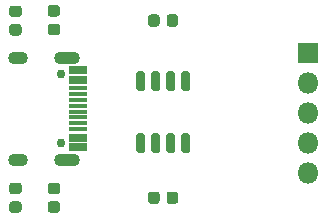
<source format=gbr>
G04 #@! TF.GenerationSoftware,KiCad,Pcbnew,(5.1.6)-1*
G04 #@! TF.CreationDate,2020-11-21T21:50:24+04:00*
G04 #@! TF.ProjectId,CH330N-USB-TO-UART-BOARD,43483333-304e-42d5-9553-422d544f2d55,rev?*
G04 #@! TF.SameCoordinates,Original*
G04 #@! TF.FileFunction,Soldermask,Top*
G04 #@! TF.FilePolarity,Negative*
%FSLAX46Y46*%
G04 Gerber Fmt 4.6, Leading zero omitted, Abs format (unit mm)*
G04 Created by KiCad (PCBNEW (5.1.6)-1) date 2020-11-21 21:50:24*
%MOMM*%
%LPD*%
G01*
G04 APERTURE LIST*
%ADD10R,1.550000X0.700000*%
%ADD11R,1.550000X0.400000*%
%ADD12O,2.200000X1.100000*%
%ADD13C,0.750000*%
%ADD14O,1.700000X1.100000*%
%ADD15O,1.800000X1.800000*%
%ADD16R,1.800000X1.800000*%
G04 APERTURE END LIST*
G04 #@! TO.C,D1*
G36*
G01*
X102468750Y-102550000D02*
X103031250Y-102550000D01*
G75*
G02*
X103275000Y-102793750I0J-243750D01*
G01*
X103275000Y-103281250D01*
G75*
G02*
X103031250Y-103525000I-243750J0D01*
G01*
X102468750Y-103525000D01*
G75*
G02*
X102225000Y-103281250I0J243750D01*
G01*
X102225000Y-102793750D01*
G75*
G02*
X102468750Y-102550000I243750J0D01*
G01*
G37*
G36*
G01*
X102468750Y-100975000D02*
X103031250Y-100975000D01*
G75*
G02*
X103275000Y-101218750I0J-243750D01*
G01*
X103275000Y-101706250D01*
G75*
G02*
X103031250Y-101950000I-243750J0D01*
G01*
X102468750Y-101950000D01*
G75*
G02*
X102225000Y-101706250I0J243750D01*
G01*
X102225000Y-101218750D01*
G75*
G02*
X102468750Y-100975000I243750J0D01*
G01*
G37*
G04 #@! TD*
G04 #@! TO.C,D2*
G36*
G01*
X103031250Y-86950000D02*
X102468750Y-86950000D01*
G75*
G02*
X102225000Y-86706250I0J243750D01*
G01*
X102225000Y-86218750D01*
G75*
G02*
X102468750Y-85975000I243750J0D01*
G01*
X103031250Y-85975000D01*
G75*
G02*
X103275000Y-86218750I0J-243750D01*
G01*
X103275000Y-86706250D01*
G75*
G02*
X103031250Y-86950000I-243750J0D01*
G01*
G37*
G36*
G01*
X103031250Y-88525000D02*
X102468750Y-88525000D01*
G75*
G02*
X102225000Y-88281250I0J243750D01*
G01*
X102225000Y-87793750D01*
G75*
G02*
X102468750Y-87550000I243750J0D01*
G01*
X103031250Y-87550000D01*
G75*
G02*
X103275000Y-87793750I0J-243750D01*
G01*
X103275000Y-88281250D01*
G75*
G02*
X103031250Y-88525000I-243750J0D01*
G01*
G37*
G04 #@! TD*
G04 #@! TO.C,R1*
G36*
G01*
X105718750Y-102550000D02*
X106281250Y-102550000D01*
G75*
G02*
X106525000Y-102793750I0J-243750D01*
G01*
X106525000Y-103281250D01*
G75*
G02*
X106281250Y-103525000I-243750J0D01*
G01*
X105718750Y-103525000D01*
G75*
G02*
X105475000Y-103281250I0J243750D01*
G01*
X105475000Y-102793750D01*
G75*
G02*
X105718750Y-102550000I243750J0D01*
G01*
G37*
G36*
G01*
X105718750Y-100975000D02*
X106281250Y-100975000D01*
G75*
G02*
X106525000Y-101218750I0J-243750D01*
G01*
X106525000Y-101706250D01*
G75*
G02*
X106281250Y-101950000I-243750J0D01*
G01*
X105718750Y-101950000D01*
G75*
G02*
X105475000Y-101706250I0J243750D01*
G01*
X105475000Y-101218750D01*
G75*
G02*
X105718750Y-100975000I243750J0D01*
G01*
G37*
G04 #@! TD*
G04 #@! TO.C,C1*
G36*
G01*
X115550000Y-102531250D02*
X115550000Y-101968750D01*
G75*
G02*
X115793750Y-101725000I243750J0D01*
G01*
X116281250Y-101725000D01*
G75*
G02*
X116525000Y-101968750I0J-243750D01*
G01*
X116525000Y-102531250D01*
G75*
G02*
X116281250Y-102775000I-243750J0D01*
G01*
X115793750Y-102775000D01*
G75*
G02*
X115550000Y-102531250I0J243750D01*
G01*
G37*
G36*
G01*
X113975000Y-102531250D02*
X113975000Y-101968750D01*
G75*
G02*
X114218750Y-101725000I243750J0D01*
G01*
X114706250Y-101725000D01*
G75*
G02*
X114950000Y-101968750I0J-243750D01*
G01*
X114950000Y-102531250D01*
G75*
G02*
X114706250Y-102775000I-243750J0D01*
G01*
X114218750Y-102775000D01*
G75*
G02*
X113975000Y-102531250I0J243750D01*
G01*
G37*
G04 #@! TD*
G04 #@! TO.C,C2*
G36*
G01*
X114950000Y-86968750D02*
X114950000Y-87531250D01*
G75*
G02*
X114706250Y-87775000I-243750J0D01*
G01*
X114218750Y-87775000D01*
G75*
G02*
X113975000Y-87531250I0J243750D01*
G01*
X113975000Y-86968750D01*
G75*
G02*
X114218750Y-86725000I243750J0D01*
G01*
X114706250Y-86725000D01*
G75*
G02*
X114950000Y-86968750I0J-243750D01*
G01*
G37*
G36*
G01*
X116525000Y-86968750D02*
X116525000Y-87531250D01*
G75*
G02*
X116281250Y-87775000I-243750J0D01*
G01*
X115793750Y-87775000D01*
G75*
G02*
X115550000Y-87531250I0J243750D01*
G01*
X115550000Y-86968750D01*
G75*
G02*
X115793750Y-86725000I243750J0D01*
G01*
X116281250Y-86725000D01*
G75*
G02*
X116525000Y-86968750I0J-243750D01*
G01*
G37*
G04 #@! TD*
G04 #@! TO.C,R2*
G36*
G01*
X106281250Y-86912500D02*
X105718750Y-86912500D01*
G75*
G02*
X105475000Y-86668750I0J243750D01*
G01*
X105475000Y-86181250D01*
G75*
G02*
X105718750Y-85937500I243750J0D01*
G01*
X106281250Y-85937500D01*
G75*
G02*
X106525000Y-86181250I0J-243750D01*
G01*
X106525000Y-86668750D01*
G75*
G02*
X106281250Y-86912500I-243750J0D01*
G01*
G37*
G36*
G01*
X106281250Y-88487500D02*
X105718750Y-88487500D01*
G75*
G02*
X105475000Y-88243750I0J243750D01*
G01*
X105475000Y-87756250D01*
G75*
G02*
X105718750Y-87512500I243750J0D01*
G01*
X106281250Y-87512500D01*
G75*
G02*
X106525000Y-87756250I0J-243750D01*
G01*
X106525000Y-88243750D01*
G75*
G02*
X106281250Y-88487500I-243750J0D01*
G01*
G37*
G04 #@! TD*
G04 #@! TO.C,U1*
G36*
G01*
X113520000Y-93250000D02*
X113170000Y-93250000D01*
G75*
G02*
X112995000Y-93075000I0J175000D01*
G01*
X112995000Y-91675000D01*
G75*
G02*
X113170000Y-91500000I175000J0D01*
G01*
X113520000Y-91500000D01*
G75*
G02*
X113695000Y-91675000I0J-175000D01*
G01*
X113695000Y-93075000D01*
G75*
G02*
X113520000Y-93250000I-175000J0D01*
G01*
G37*
G36*
G01*
X114790000Y-93250000D02*
X114440000Y-93250000D01*
G75*
G02*
X114265000Y-93075000I0J175000D01*
G01*
X114265000Y-91675000D01*
G75*
G02*
X114440000Y-91500000I175000J0D01*
G01*
X114790000Y-91500000D01*
G75*
G02*
X114965000Y-91675000I0J-175000D01*
G01*
X114965000Y-93075000D01*
G75*
G02*
X114790000Y-93250000I-175000J0D01*
G01*
G37*
G36*
G01*
X116060000Y-93250000D02*
X115710000Y-93250000D01*
G75*
G02*
X115535000Y-93075000I0J175000D01*
G01*
X115535000Y-91675000D01*
G75*
G02*
X115710000Y-91500000I175000J0D01*
G01*
X116060000Y-91500000D01*
G75*
G02*
X116235000Y-91675000I0J-175000D01*
G01*
X116235000Y-93075000D01*
G75*
G02*
X116060000Y-93250000I-175000J0D01*
G01*
G37*
G36*
G01*
X117330000Y-93250000D02*
X116980000Y-93250000D01*
G75*
G02*
X116805000Y-93075000I0J175000D01*
G01*
X116805000Y-91675000D01*
G75*
G02*
X116980000Y-91500000I175000J0D01*
G01*
X117330000Y-91500000D01*
G75*
G02*
X117505000Y-91675000I0J-175000D01*
G01*
X117505000Y-93075000D01*
G75*
G02*
X117330000Y-93250000I-175000J0D01*
G01*
G37*
G36*
G01*
X117330000Y-98500000D02*
X116980000Y-98500000D01*
G75*
G02*
X116805000Y-98325000I0J175000D01*
G01*
X116805000Y-96925000D01*
G75*
G02*
X116980000Y-96750000I175000J0D01*
G01*
X117330000Y-96750000D01*
G75*
G02*
X117505000Y-96925000I0J-175000D01*
G01*
X117505000Y-98325000D01*
G75*
G02*
X117330000Y-98500000I-175000J0D01*
G01*
G37*
G36*
G01*
X116060000Y-98500000D02*
X115710000Y-98500000D01*
G75*
G02*
X115535000Y-98325000I0J175000D01*
G01*
X115535000Y-96925000D01*
G75*
G02*
X115710000Y-96750000I175000J0D01*
G01*
X116060000Y-96750000D01*
G75*
G02*
X116235000Y-96925000I0J-175000D01*
G01*
X116235000Y-98325000D01*
G75*
G02*
X116060000Y-98500000I-175000J0D01*
G01*
G37*
G36*
G01*
X114790000Y-98500000D02*
X114440000Y-98500000D01*
G75*
G02*
X114265000Y-98325000I0J175000D01*
G01*
X114265000Y-96925000D01*
G75*
G02*
X114440000Y-96750000I175000J0D01*
G01*
X114790000Y-96750000D01*
G75*
G02*
X114965000Y-96925000I0J-175000D01*
G01*
X114965000Y-98325000D01*
G75*
G02*
X114790000Y-98500000I-175000J0D01*
G01*
G37*
G36*
G01*
X113520000Y-98500000D02*
X113170000Y-98500000D01*
G75*
G02*
X112995000Y-98325000I0J175000D01*
G01*
X112995000Y-96925000D01*
G75*
G02*
X113170000Y-96750000I175000J0D01*
G01*
X113520000Y-96750000D01*
G75*
G02*
X113695000Y-96925000I0J-175000D01*
G01*
X113695000Y-98325000D01*
G75*
G02*
X113520000Y-98500000I-175000J0D01*
G01*
G37*
G04 #@! TD*
D10*
G04 #@! TO.C,J1*
X108045000Y-97950000D03*
X108045000Y-97150000D03*
X108045000Y-92250000D03*
X108045000Y-91450000D03*
X108045000Y-91450000D03*
X108045000Y-92250000D03*
X108045000Y-97150000D03*
X108045000Y-97950000D03*
D11*
X108045000Y-92950000D03*
X108045000Y-93450000D03*
X108045000Y-93950000D03*
X108045000Y-94950000D03*
X108045000Y-95450000D03*
X108045000Y-95950000D03*
X108045000Y-96450000D03*
X108045000Y-94450000D03*
D12*
X107130000Y-99020000D03*
X107130000Y-90380000D03*
D13*
X106600000Y-91810000D03*
D14*
X102950000Y-90380000D03*
D13*
X106600000Y-97590000D03*
D14*
X102950000Y-99020000D03*
G04 #@! TD*
D15*
G04 #@! TO.C,J2*
X127500000Y-100120000D03*
X127500000Y-97580000D03*
X127500000Y-95040000D03*
X127500000Y-92500000D03*
D16*
X127500000Y-89960000D03*
G04 #@! TD*
M02*

</source>
